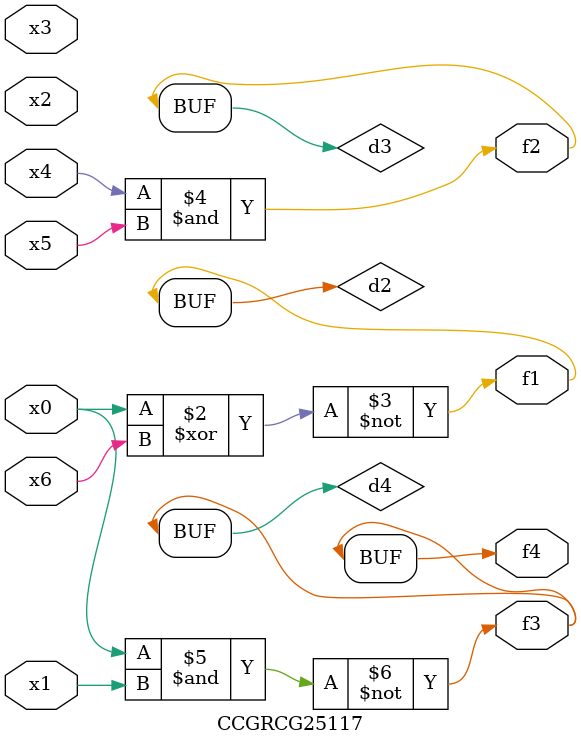
<source format=v>
module CCGRCG25117(
	input x0, x1, x2, x3, x4, x5, x6,
	output f1, f2, f3, f4
);

	wire d1, d2, d3, d4;

	nor (d1, x0);
	xnor (d2, x0, x6);
	and (d3, x4, x5);
	nand (d4, x0, x1);
	assign f1 = d2;
	assign f2 = d3;
	assign f3 = d4;
	assign f4 = d4;
endmodule

</source>
